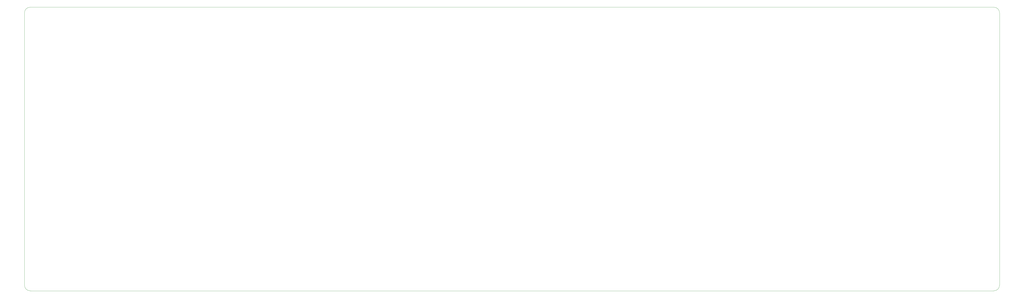
<source format=gto>
G04 #@! TF.GenerationSoftware,KiCad,Pcbnew,(5.1.5)-3*
G04 #@! TF.CreationDate,2021-02-16T22:09:04+09:00*
G04 #@! TF.ProjectId,108,3130382e-6b69-4636-9164-5f7063625858,rev?*
G04 #@! TF.SameCoordinates,Original*
G04 #@! TF.FileFunction,Legend,Top*
G04 #@! TF.FilePolarity,Positive*
%FSLAX46Y46*%
G04 Gerber Fmt 4.6, Leading zero omitted, Abs format (unit mm)*
G04 Created by KiCad (PCBNEW (5.1.5)-3) date 2021-02-16 22:09:04*
%MOMM*%
%LPD*%
G04 APERTURE LIST*
%ADD10C,0.050000*%
%ADD11C,1.626000*%
%ADD12C,1.902000*%
%ADD13O,0.252000X3.502000*%
%ADD14O,5.502000X0.252000*%
%ADD15C,2.134000*%
%ADD16C,1.803800*%
%ADD17C,4.089800*%
%ADD18C,4.902000*%
%ADD19O,0.252000X5.502000*%
%ADD20O,3.502000X0.252000*%
%ADD21C,3.150000*%
%ADD22C,1.702000*%
%ADD23R,1.702000X1.702000*%
%ADD24O,1.802000X1.802000*%
%ADD25R,1.802000X1.802000*%
G04 APERTURE END LIST*
D10*
X417830000Y9525000D02*
G75*
G02X420370000Y6985000I0J-2540000D01*
G01*
X-9525000Y6985000D02*
G75*
G02X-6985000Y9525000I2540000J0D01*
G01*
X420370000Y-113030000D02*
G75*
G02X417830000Y-115570000I-2540000J0D01*
G01*
X-6985000Y-115570000D02*
G75*
G02X-9525000Y-113030000I0J2540000D01*
G01*
X420370000Y6985000D02*
X420370000Y-113030000D01*
X-6985000Y-115570000D02*
X417830000Y-115570000D01*
X-9525000Y-113030000D02*
X-9525000Y6985000D01*
X417830000Y9525000D02*
X-6985000Y9525000D01*
%LPC*%
D11*
X405170000Y7620000D03*
X410170000Y7620000D03*
D12*
X404170000Y5120000D03*
X411170000Y5120000D03*
D13*
X368825000Y-81025000D03*
X374125000Y-81025000D03*
D14*
X371475000Y-82675000D03*
X371475000Y-79375000D03*
D15*
X368935000Y-90805000D03*
X375285000Y-88265000D03*
D16*
X376555000Y-85725000D03*
X366395000Y-85725000D03*
D17*
X371475000Y-85725000D03*
D11*
X353822000Y8128000D03*
X369062000Y8128000D03*
X415290000Y635000D03*
X412750000Y635000D03*
X410210000Y635000D03*
X407670000Y635000D03*
X405130000Y635000D03*
X402590000Y635000D03*
X400050000Y635000D03*
X397510000Y635000D03*
X394970000Y635000D03*
X392430000Y635000D03*
X389890000Y635000D03*
X387350000Y-14605000D03*
X389890000Y-14605000D03*
X392430000Y-14605000D03*
X394970000Y-14605000D03*
X397510000Y-14605000D03*
X400050000Y-14605000D03*
X402590000Y-14605000D03*
X405130000Y-14605000D03*
X407670000Y-14605000D03*
X410210000Y-14605000D03*
X412750000Y-14605000D03*
X387350000Y635000D03*
X415290000Y-14605000D03*
X417830000Y-14605000D03*
X417830000Y635000D03*
D13*
X-2650000Y4700000D03*
X2650000Y4700000D03*
D14*
X0Y3050000D03*
X0Y6350000D03*
D15*
X-2540000Y-5080000D03*
X3810000Y-2540000D03*
D16*
X5080000Y0D03*
X-5080000Y0D03*
D17*
X0Y0D03*
D18*
X17145000Y5905500D03*
X195580000Y5905500D03*
X299974000Y-94996000D03*
X109474000Y5905500D03*
X343535000Y-12700000D03*
X343535000Y5905500D03*
X381000000Y-95250000D03*
X228600000Y-95250000D03*
X133350000Y-96520000D03*
X14224000Y-99250500D03*
X319405000Y-38100000D03*
X228600000Y-38735000D03*
X123825000Y-37465000D03*
X17145000Y-39370000D03*
X416814000Y5969000D03*
X279400000Y5905500D03*
D19*
X406525000Y-95250000D03*
D20*
X404875000Y-92600000D03*
X404875000Y-97900000D03*
D19*
X403225000Y-95250000D03*
D15*
X414655000Y-97790000D03*
X412115000Y-91440000D03*
D16*
X409575000Y-90170000D03*
X409575000Y-100330000D03*
D17*
X409575000Y-95250000D03*
X417830000Y-107188000D03*
D21*
X402590000Y-107188000D03*
X402590000Y-83312000D03*
D17*
X417830000Y-83312000D03*
D13*
X245000000Y-23875000D03*
X250300000Y-23875000D03*
D14*
X247650000Y-25525000D03*
X247650000Y-22225000D03*
D15*
X245110000Y-33655000D03*
X251460000Y-31115000D03*
D16*
X252730000Y-28575000D03*
X242570000Y-28575000D03*
D17*
X247650000Y-28575000D03*
D14*
X240506000Y-101725000D03*
D13*
X243156000Y-100075000D03*
X237856000Y-100075000D03*
D14*
X240506000Y-98425000D03*
D17*
X240506000Y-104775000D03*
D16*
X235426000Y-104775000D03*
X245586000Y-104775000D03*
D15*
X244316000Y-107315000D03*
X237966000Y-109855000D03*
D13*
X264050000Y-23875000D03*
X269350000Y-23875000D03*
D14*
X266700000Y-25525000D03*
X266700000Y-22225000D03*
D15*
X264160000Y-33655000D03*
X270510000Y-31115000D03*
D16*
X271780000Y-28575000D03*
X261620000Y-28575000D03*
D17*
X266700000Y-28575000D03*
D14*
X257175000Y-25525000D03*
D13*
X259825000Y-23875000D03*
X254525000Y-23875000D03*
D14*
X257175000Y-22225000D03*
D17*
X269113000Y-36830000D03*
D21*
X269113000Y-21590000D03*
X245237000Y-21590000D03*
D17*
X245237000Y-36830000D03*
X257175000Y-28575000D03*
D16*
X252095000Y-28575000D03*
X262255000Y-28575000D03*
D15*
X260985000Y-31115000D03*
X254635000Y-33655000D03*
D22*
X249006000Y-100875000D03*
D23*
X249006000Y-108675000D03*
D19*
X267368000Y-57150000D03*
D20*
X269018000Y-59800000D03*
X269018000Y-54500000D03*
D19*
X270668000Y-57150000D03*
D15*
X259238000Y-54610000D03*
X261778000Y-60960000D03*
D16*
X264318000Y-62230000D03*
X264318000Y-52070000D03*
D17*
X264318000Y-57150000D03*
X256063000Y-45212000D03*
D21*
X271303000Y-45212000D03*
X271303000Y-69088000D03*
D17*
X256063000Y-69088000D03*
D13*
X406925000Y-81025000D03*
X412225000Y-81025000D03*
D14*
X409575000Y-82675000D03*
X409575000Y-79375000D03*
D15*
X407035000Y-90805000D03*
X413385000Y-88265000D03*
D16*
X414655000Y-85725000D03*
X404495000Y-85725000D03*
D17*
X409575000Y-85725000D03*
D13*
X406925000Y-42925000D03*
X412225000Y-42925000D03*
D14*
X409575000Y-44575000D03*
X409575000Y-41275000D03*
D15*
X407035000Y-52705000D03*
X413385000Y-50165000D03*
D16*
X414655000Y-47625000D03*
X404495000Y-47625000D03*
D17*
X409575000Y-47625000D03*
D14*
X169068000Y-101725000D03*
D13*
X171718000Y-100075000D03*
X166418000Y-100075000D03*
D14*
X169068000Y-98425000D03*
D17*
X169068000Y-104775000D03*
D16*
X163988000Y-104775000D03*
X174148000Y-104775000D03*
D15*
X172878000Y-107315000D03*
X166528000Y-109855000D03*
D13*
X406925000Y-23875000D03*
X412225000Y-23875000D03*
D14*
X409575000Y-25525000D03*
X409575000Y-22225000D03*
D15*
X407035000Y-33655000D03*
X413385000Y-31115000D03*
D16*
X414655000Y-28575000D03*
X404495000Y-28575000D03*
D17*
X409575000Y-28575000D03*
D14*
X264318000Y-101725000D03*
D13*
X266968000Y-100075000D03*
X261668000Y-100075000D03*
D14*
X264318000Y-98425000D03*
D17*
X264318000Y-104775000D03*
D16*
X259238000Y-104775000D03*
X269398000Y-104775000D03*
D15*
X268128000Y-107315000D03*
X261778000Y-109855000D03*
D22*
X401984000Y-74549000D03*
D23*
X394184000Y-74549000D03*
D22*
X379975000Y-100875000D03*
D23*
X379975000Y-108675000D03*
D22*
X177568000Y-100875000D03*
D23*
X177568000Y-108675000D03*
D22*
X153756000Y-100875000D03*
D23*
X153756000Y-108675000D03*
D22*
X106131000Y-100875000D03*
D23*
X106131000Y-108675000D03*
D22*
X82318500Y-100875000D03*
D23*
X82318500Y-108675000D03*
D22*
X400582000Y-92329000D03*
D23*
X392782000Y-92329000D03*
D22*
X400772000Y-56261000D03*
D23*
X392972000Y-56261000D03*
D22*
X418075000Y-24675000D03*
D23*
X418075000Y-32475000D03*
D22*
X398907000Y-96811000D03*
D23*
X398907000Y-104611000D03*
D22*
X398716000Y-79034000D03*
D23*
X398716000Y-86834000D03*
D22*
X399025000Y-60047500D03*
D23*
X399025000Y-67847500D03*
D22*
X399025000Y-43725000D03*
D23*
X399025000Y-51525000D03*
D22*
X399025000Y-24675000D03*
D23*
X399025000Y-32475000D03*
D22*
X379975000Y-81825000D03*
D23*
X379975000Y-89625000D03*
D22*
X379975000Y-62775000D03*
D23*
X379975000Y-70575000D03*
D22*
X379975000Y-43725000D03*
D23*
X379975000Y-51525000D03*
D22*
X379975000Y-24675000D03*
D23*
X379975000Y-32475000D03*
D22*
X337112000Y-100875000D03*
D23*
X337112000Y-108675000D03*
D22*
X344424000Y-100812000D03*
D23*
X344424000Y-108612000D03*
D22*
X360925000Y-81825000D03*
D23*
X360925000Y-89625000D03*
D22*
X360925000Y-62775000D03*
D23*
X360925000Y-70575000D03*
D22*
X360925000Y-43725000D03*
D23*
X360925000Y-51525000D03*
D22*
X360925000Y-24675000D03*
D23*
X360925000Y-32475000D03*
D22*
X318062000Y-81825000D03*
D23*
X318062000Y-89625000D03*
D22*
X318062000Y-43725000D03*
D23*
X318062000Y-51525000D03*
D22*
X337112000Y-43725000D03*
D23*
X337112000Y-51525000D03*
D22*
X318062000Y-24675000D03*
D23*
X318062000Y-32475000D03*
D22*
X337112000Y-24675000D03*
D23*
X337112000Y-32475000D03*
D22*
X337112000Y3900000D03*
D23*
X337112000Y-3900000D03*
D22*
X272818000Y-100875000D03*
D23*
X272818000Y-108675000D03*
D22*
X299012000Y-100875000D03*
D23*
X299012000Y-108675000D03*
D22*
X318062000Y-100875000D03*
D23*
X318062000Y-108675000D03*
D22*
X299012000Y-43725000D03*
D23*
X299012000Y-51525000D03*
D22*
X299012000Y-24675000D03*
D23*
X299012000Y-32475000D03*
D22*
X318062000Y3900000D03*
D23*
X318062000Y-3900000D03*
D22*
X279654000Y-100176000D03*
D23*
X279654000Y-107976000D03*
D22*
X275146000Y-81383500D03*
D23*
X275146000Y-89183500D03*
D22*
X244830000Y-56705500D03*
D23*
X252630000Y-56705500D03*
D22*
X252095000Y-43979000D03*
D23*
X252095000Y-51779000D03*
D22*
X275200000Y-24675000D03*
D23*
X275200000Y-32475000D03*
D22*
X299012000Y3900000D03*
D23*
X299012000Y-3900000D03*
D22*
X246625000Y-43725000D03*
D23*
X246625000Y-51525000D03*
D22*
X253084000Y-20002500D03*
D23*
X260884000Y-20002500D03*
D22*
X237100000Y-24675000D03*
D23*
X237100000Y-32475000D03*
D22*
X275200000Y3900000D03*
D23*
X275200000Y-3900000D03*
D22*
X232338000Y-62775000D03*
D23*
X232338000Y-70575000D03*
D22*
X227575000Y-43725000D03*
D23*
X227575000Y-51525000D03*
D22*
X218050000Y-24675000D03*
D23*
X218050000Y-32475000D03*
D22*
X256150000Y3900000D03*
D23*
X256150000Y-3900000D03*
D22*
X225194000Y-100875000D03*
D23*
X225194000Y-108675000D03*
D22*
X222812000Y-81825000D03*
D23*
X222812000Y-89625000D03*
D22*
X213288000Y-62775000D03*
D23*
X213288000Y-70575000D03*
D22*
X208525000Y-43725000D03*
D23*
X208525000Y-51525000D03*
D22*
X199000000Y-24675000D03*
D23*
X199000000Y-32475000D03*
D22*
X237100000Y3900000D03*
D23*
X237100000Y-3900000D03*
D22*
X201381000Y-100875000D03*
D23*
X201381000Y-108675000D03*
D22*
X203762000Y-81825000D03*
D23*
X203762000Y-89625000D03*
D22*
X194238000Y-62775000D03*
D23*
X194238000Y-70575000D03*
D22*
X189475000Y-43725000D03*
D23*
X189475000Y-51525000D03*
D22*
X179950000Y-24675000D03*
D23*
X179950000Y-32475000D03*
D22*
X218050000Y3900000D03*
D23*
X218050000Y-3900000D03*
D22*
X184712000Y-81825000D03*
D23*
X184712000Y-89625000D03*
D22*
X175188000Y-62775000D03*
D23*
X175188000Y-70575000D03*
D22*
X170425000Y-43725000D03*
D23*
X170425000Y-51525000D03*
D22*
X160900000Y-24675000D03*
D23*
X160900000Y-32475000D03*
D22*
X189475000Y3900000D03*
D23*
X189475000Y-3900000D03*
D22*
X165662000Y-81825000D03*
D23*
X165662000Y-89625000D03*
D22*
X156138000Y-62775000D03*
D23*
X156138000Y-70575000D03*
D22*
X151375000Y-43725000D03*
D23*
X151375000Y-51525000D03*
D22*
X141850000Y-24675000D03*
D23*
X141850000Y-32475000D03*
D22*
X170425000Y3900000D03*
D23*
X170425000Y-3900000D03*
D22*
X146612000Y-81825000D03*
D23*
X146612000Y-89625000D03*
D22*
X137088000Y-62775000D03*
D23*
X137088000Y-70575000D03*
D22*
X132325000Y-43725000D03*
D23*
X132325000Y-51525000D03*
D22*
X122800000Y-24675000D03*
D23*
X122800000Y-32475000D03*
D22*
X151375000Y3900000D03*
D23*
X151375000Y-3900000D03*
D22*
X129944000Y-100875000D03*
D23*
X129944000Y-108675000D03*
D22*
X127562000Y-81825000D03*
D23*
X127562000Y-89625000D03*
D22*
X118038000Y-62775000D03*
D23*
X118038000Y-70575000D03*
D22*
X113275000Y-43725000D03*
D23*
X113275000Y-51525000D03*
D22*
X103750000Y-24675000D03*
D23*
X103750000Y-32475000D03*
D22*
X132325000Y3900000D03*
D23*
X132325000Y-3900000D03*
D22*
X108512000Y-81825000D03*
D23*
X108512000Y-89625000D03*
D22*
X98987500Y-62775000D03*
D23*
X98987500Y-70575000D03*
D22*
X94225000Y-43725000D03*
D23*
X94225000Y-51525000D03*
D22*
X84700000Y-24675000D03*
D23*
X84700000Y-32475000D03*
D22*
X103750000Y3900000D03*
D23*
X103750000Y-3900000D03*
D22*
X89462500Y-81825000D03*
D23*
X89462500Y-89625000D03*
D22*
X79937500Y-62775000D03*
D23*
X79937500Y-70575000D03*
D22*
X75175000Y-43725000D03*
D23*
X75175000Y-51525000D03*
D22*
X65650000Y-24675000D03*
D23*
X65650000Y-32475000D03*
D22*
X84700000Y3900000D03*
D23*
X84700000Y-3900000D03*
D22*
X58506000Y-100875000D03*
D23*
X58506000Y-108675000D03*
D22*
X70412500Y-81825000D03*
D23*
X70412500Y-89625000D03*
D22*
X60887500Y-62775000D03*
D23*
X60887500Y-70575000D03*
D22*
X56125000Y-43725000D03*
D23*
X56125000Y-51525000D03*
D22*
X46600000Y-24675000D03*
D23*
X46600000Y-32475000D03*
D22*
X65650000Y3900000D03*
D23*
X65650000Y-3900000D03*
D22*
X34693500Y-100875000D03*
D23*
X34693500Y-108675000D03*
D22*
X51362500Y-81825000D03*
D23*
X51362500Y-89625000D03*
D22*
X41837500Y-62775000D03*
D23*
X41837500Y-70575000D03*
D22*
X37075000Y-43725000D03*
D23*
X37075000Y-51525000D03*
D22*
X27550000Y-24675000D03*
D23*
X27550000Y-32475000D03*
D22*
X46600000Y3900000D03*
D23*
X46600000Y-3900000D03*
D22*
X11430000Y-103415000D03*
D23*
X11430000Y-111215000D03*
D22*
X30797500Y-81380500D03*
D23*
X30797500Y-89180500D03*
D22*
X15644000Y-62775000D03*
D23*
X15644000Y-70575000D03*
D22*
X13263000Y-43725000D03*
D23*
X13263000Y-51525000D03*
D22*
X8500000Y-24675000D03*
D23*
X8500000Y-32475000D03*
D22*
X8500000Y3900000D03*
D23*
X8500000Y-3900000D03*
D22*
X401534000Y-112522000D03*
D23*
X393734000Y-112522000D03*
D19*
X406525000Y-57150000D03*
D20*
X404875000Y-54500000D03*
X404875000Y-59800000D03*
D19*
X403225000Y-57150000D03*
D15*
X414655000Y-59690000D03*
X412115000Y-53340000D03*
D16*
X409575000Y-52070000D03*
X409575000Y-62230000D03*
D17*
X409575000Y-57150000D03*
X417830000Y-69088000D03*
D21*
X402590000Y-69088000D03*
X402590000Y-45212000D03*
D17*
X417830000Y-45212000D03*
D14*
X361950000Y-101725000D03*
D13*
X364600000Y-100075000D03*
X359300000Y-100075000D03*
D14*
X361950000Y-98425000D03*
D17*
X373888000Y-113030000D03*
D21*
X373888000Y-97790000D03*
X350012000Y-97790000D03*
D17*
X350012000Y-113030000D03*
X361950000Y-104775000D03*
D16*
X356870000Y-104775000D03*
X367030000Y-104775000D03*
D15*
X365760000Y-107315000D03*
X359410000Y-109855000D03*
D13*
X325962000Y-100075000D03*
X331262000Y-100075000D03*
D14*
X328612000Y-101725000D03*
X328612000Y-98425000D03*
D15*
X326072000Y-109855000D03*
X332422000Y-107315000D03*
D16*
X333692000Y-104775000D03*
X323532000Y-104775000D03*
D17*
X328612000Y-104775000D03*
D13*
X387875000Y-100075000D03*
X393175000Y-100075000D03*
D14*
X390525000Y-101725000D03*
X390525000Y-98425000D03*
D15*
X387985000Y-109855000D03*
X394335000Y-107315000D03*
D16*
X395605000Y-104775000D03*
X385445000Y-104775000D03*
D17*
X390525000Y-104775000D03*
D13*
X387875000Y-81025000D03*
X393175000Y-81025000D03*
D14*
X390525000Y-82675000D03*
X390525000Y-79375000D03*
D15*
X387985000Y-90805000D03*
X394335000Y-88265000D03*
D16*
X395605000Y-85725000D03*
X385445000Y-85725000D03*
D17*
X390525000Y-85725000D03*
D13*
X387875000Y-61975000D03*
X393175000Y-61975000D03*
D14*
X390525000Y-63625000D03*
X390525000Y-60325000D03*
D15*
X387985000Y-71755000D03*
X394335000Y-69215000D03*
D16*
X395605000Y-66675000D03*
X385445000Y-66675000D03*
D17*
X390525000Y-66675000D03*
D13*
X387875000Y-23875000D03*
X393175000Y-23875000D03*
D14*
X390525000Y-25525000D03*
X390525000Y-22225000D03*
D15*
X387985000Y-33655000D03*
X394335000Y-31115000D03*
D16*
X395605000Y-28575000D03*
X385445000Y-28575000D03*
D17*
X390525000Y-28575000D03*
D13*
X368825000Y-61975000D03*
X374125000Y-61975000D03*
D14*
X371475000Y-63625000D03*
X371475000Y-60325000D03*
D15*
X368935000Y-71755000D03*
X375285000Y-69215000D03*
D16*
X376555000Y-66675000D03*
X366395000Y-66675000D03*
D17*
X371475000Y-66675000D03*
D13*
X368825000Y-42925000D03*
X374125000Y-42925000D03*
D14*
X371475000Y-44575000D03*
X371475000Y-41275000D03*
D15*
X368935000Y-52705000D03*
X375285000Y-50165000D03*
D16*
X376555000Y-47625000D03*
X366395000Y-47625000D03*
D17*
X371475000Y-47625000D03*
D13*
X349775000Y-81025000D03*
X355075000Y-81025000D03*
D14*
X352425000Y-82675000D03*
X352425000Y-79375000D03*
D15*
X349885000Y-90805000D03*
X356235000Y-88265000D03*
D16*
X357505000Y-85725000D03*
X347345000Y-85725000D03*
D17*
X352425000Y-85725000D03*
D13*
X349775000Y-61975000D03*
X355075000Y-61975000D03*
D14*
X352425000Y-63625000D03*
X352425000Y-60325000D03*
D15*
X349885000Y-71755000D03*
X356235000Y-69215000D03*
D16*
X357505000Y-66675000D03*
X347345000Y-66675000D03*
D17*
X352425000Y-66675000D03*
D13*
X349775000Y-42925000D03*
X355075000Y-42925000D03*
D14*
X352425000Y-44575000D03*
X352425000Y-41275000D03*
D15*
X349885000Y-52705000D03*
X356235000Y-50165000D03*
D16*
X357505000Y-47625000D03*
X347345000Y-47625000D03*
D17*
X352425000Y-47625000D03*
D13*
X306912000Y-81025000D03*
X312212000Y-81025000D03*
D14*
X309562000Y-82675000D03*
X309562000Y-79375000D03*
D15*
X307022000Y-90805000D03*
X313372000Y-88265000D03*
D16*
X314642000Y-85725000D03*
X304482000Y-85725000D03*
D17*
X309562000Y-85725000D03*
D13*
X306912000Y-42925000D03*
X312212000Y-42925000D03*
D14*
X309562000Y-44575000D03*
X309562000Y-41275000D03*
D15*
X307022000Y-52705000D03*
X313372000Y-50165000D03*
D16*
X314642000Y-47625000D03*
X304482000Y-47625000D03*
D17*
X309562000Y-47625000D03*
D13*
X325962000Y-42925000D03*
X331262000Y-42925000D03*
D14*
X328612000Y-44575000D03*
X328612000Y-41275000D03*
D15*
X326072000Y-52705000D03*
X332422000Y-50165000D03*
D16*
X333692000Y-47625000D03*
X323532000Y-47625000D03*
D17*
X328612000Y-47625000D03*
D13*
X306912000Y-23875000D03*
X312212000Y-23875000D03*
D14*
X309562000Y-25525000D03*
X309562000Y-22225000D03*
D15*
X307022000Y-33655000D03*
X313372000Y-31115000D03*
D16*
X314642000Y-28575000D03*
X304482000Y-28575000D03*
D17*
X309562000Y-28575000D03*
D13*
X325962000Y-23875000D03*
X331262000Y-23875000D03*
D14*
X328612000Y-25525000D03*
X328612000Y-22225000D03*
D15*
X326072000Y-33655000D03*
X332422000Y-31115000D03*
D16*
X333692000Y-28575000D03*
X323532000Y-28575000D03*
D17*
X328612000Y-28575000D03*
D13*
X325962000Y4700000D03*
X331262000Y4700000D03*
D14*
X328612000Y3050000D03*
X328612000Y6350000D03*
D15*
X326072000Y-5080000D03*
X332422000Y-2540000D03*
D16*
X333692000Y0D03*
X323532000Y0D03*
D17*
X328612000Y0D03*
D13*
X287862000Y-100075000D03*
X293162000Y-100075000D03*
D14*
X290512000Y-101725000D03*
X290512000Y-98425000D03*
D15*
X287972000Y-109855000D03*
X294322000Y-107315000D03*
D16*
X295592000Y-104775000D03*
X285432000Y-104775000D03*
D17*
X290512000Y-104775000D03*
D13*
X306912000Y-100075000D03*
X312212000Y-100075000D03*
D14*
X309562000Y-101725000D03*
X309562000Y-98425000D03*
D15*
X307022000Y-109855000D03*
X313372000Y-107315000D03*
D16*
X314642000Y-104775000D03*
X304482000Y-104775000D03*
D17*
X309562000Y-104775000D03*
D13*
X287862000Y-42925000D03*
X293162000Y-42925000D03*
D14*
X290512000Y-44575000D03*
X290512000Y-41275000D03*
D15*
X287972000Y-52705000D03*
X294322000Y-50165000D03*
D16*
X295592000Y-47625000D03*
X285432000Y-47625000D03*
D17*
X290512000Y-47625000D03*
D13*
X287862000Y-23875000D03*
X293162000Y-23875000D03*
D14*
X290512000Y-25525000D03*
X290512000Y-22225000D03*
D15*
X287972000Y-33655000D03*
X294322000Y-31115000D03*
D16*
X295592000Y-28575000D03*
X285432000Y-28575000D03*
D17*
X290512000Y-28575000D03*
D13*
X306912000Y4700000D03*
X312212000Y4700000D03*
D14*
X309562000Y3050000D03*
X309562000Y6350000D03*
D15*
X307022000Y-5080000D03*
X313372000Y-2540000D03*
D16*
X314642000Y0D03*
X304482000Y0D03*
D17*
X309562000Y0D03*
D14*
X250032000Y-82675000D03*
D13*
X252682000Y-81025000D03*
X247382000Y-81025000D03*
D14*
X250032000Y-79375000D03*
D21*
X261970000Y-78740000D03*
D17*
X261970000Y-93980000D03*
X238094000Y-93980000D03*
D21*
X238094000Y-78740000D03*
D17*
X250032000Y-85725000D03*
D16*
X244952000Y-85725000D03*
X255112000Y-85725000D03*
D15*
X253842000Y-88265000D03*
X247492000Y-90805000D03*
D14*
X254868000Y-63625000D03*
D13*
X257518000Y-61975000D03*
X252218000Y-61975000D03*
D14*
X254868000Y-60325000D03*
D17*
X242930000Y-74930000D03*
D21*
X242930000Y-59690000D03*
X266806000Y-59690000D03*
D17*
X266806000Y-74930000D03*
X254868000Y-66675000D03*
D16*
X249788000Y-66675000D03*
X259948000Y-66675000D03*
D15*
X258678000Y-69215000D03*
X252328000Y-71755000D03*
D14*
X261938000Y-44575000D03*
D13*
X264588000Y-42925000D03*
X259288000Y-42925000D03*
D14*
X261938000Y-41275000D03*
D17*
X261938000Y-47625000D03*
D16*
X256858000Y-47625000D03*
X267018000Y-47625000D03*
D15*
X265748000Y-50165000D03*
X259398000Y-52705000D03*
D13*
X287862000Y4700000D03*
X293162000Y4700000D03*
D14*
X290512000Y3050000D03*
X290512000Y6350000D03*
D15*
X287972000Y-5080000D03*
X294322000Y-2540000D03*
D16*
X295592000Y0D03*
X285432000Y0D03*
D17*
X290512000Y0D03*
D14*
X238125000Y-44575000D03*
D13*
X240775000Y-42925000D03*
X235475000Y-42925000D03*
D14*
X238125000Y-41275000D03*
D17*
X238125000Y-47625000D03*
D16*
X233045000Y-47625000D03*
X243205000Y-47625000D03*
D15*
X241935000Y-50165000D03*
X235585000Y-52705000D03*
D13*
X225950000Y-23875000D03*
X231250000Y-23875000D03*
D14*
X228600000Y-25525000D03*
X228600000Y-22225000D03*
D15*
X226060000Y-33655000D03*
X232410000Y-31115000D03*
D16*
X233680000Y-28575000D03*
X223520000Y-28575000D03*
D17*
X228600000Y-28575000D03*
D13*
X264050000Y4700000D03*
X269350000Y4700000D03*
D14*
X266700000Y3050000D03*
X266700000Y6350000D03*
D15*
X264160000Y-5080000D03*
X270510000Y-2540000D03*
D16*
X271780000Y0D03*
X261620000Y0D03*
D17*
X266700000Y0D03*
D13*
X221188000Y-61975000D03*
X226488000Y-61975000D03*
D14*
X223838000Y-63625000D03*
X223838000Y-60325000D03*
D15*
X221298000Y-71755000D03*
X227648000Y-69215000D03*
D16*
X228918000Y-66675000D03*
X218758000Y-66675000D03*
D17*
X223838000Y-66675000D03*
D13*
X216425000Y-42925000D03*
X221725000Y-42925000D03*
D14*
X219075000Y-44575000D03*
X219075000Y-41275000D03*
D15*
X216535000Y-52705000D03*
X222885000Y-50165000D03*
D16*
X224155000Y-47625000D03*
X213995000Y-47625000D03*
D17*
X219075000Y-47625000D03*
D13*
X206900000Y-23875000D03*
X212200000Y-23875000D03*
D14*
X209550000Y-25525000D03*
X209550000Y-22225000D03*
D15*
X207010000Y-33655000D03*
X213360000Y-31115000D03*
D16*
X214630000Y-28575000D03*
X204470000Y-28575000D03*
D17*
X209550000Y-28575000D03*
D13*
X245000000Y4700000D03*
X250300000Y4700000D03*
D14*
X247650000Y3050000D03*
X247650000Y6350000D03*
D15*
X245110000Y-5080000D03*
X251460000Y-2540000D03*
D16*
X252730000Y0D03*
X242570000Y0D03*
D17*
X247650000Y0D03*
D14*
X216694000Y-101725000D03*
D13*
X219344000Y-100075000D03*
X214044000Y-100075000D03*
D14*
X216694000Y-98425000D03*
D17*
X216694000Y-104775000D03*
D16*
X211614000Y-104775000D03*
X221774000Y-104775000D03*
D15*
X220504000Y-107315000D03*
X214154000Y-109855000D03*
D13*
X211662000Y-81025000D03*
X216962000Y-81025000D03*
D14*
X214312000Y-82675000D03*
X214312000Y-79375000D03*
D15*
X211772000Y-90805000D03*
X218122000Y-88265000D03*
D16*
X219392000Y-85725000D03*
X209232000Y-85725000D03*
D17*
X214312000Y-85725000D03*
D13*
X202138000Y-61975000D03*
X207438000Y-61975000D03*
D14*
X204788000Y-63625000D03*
X204788000Y-60325000D03*
D15*
X202248000Y-71755000D03*
X208598000Y-69215000D03*
D16*
X209868000Y-66675000D03*
X199708000Y-66675000D03*
D17*
X204788000Y-66675000D03*
D13*
X197375000Y-42925000D03*
X202675000Y-42925000D03*
D14*
X200025000Y-44575000D03*
X200025000Y-41275000D03*
D15*
X197485000Y-52705000D03*
X203835000Y-50165000D03*
D16*
X205105000Y-47625000D03*
X194945000Y-47625000D03*
D17*
X200025000Y-47625000D03*
D13*
X187850000Y-23875000D03*
X193150000Y-23875000D03*
D14*
X190500000Y-25525000D03*
X190500000Y-22225000D03*
D15*
X187960000Y-33655000D03*
X194310000Y-31115000D03*
D16*
X195580000Y-28575000D03*
X185420000Y-28575000D03*
D17*
X190500000Y-28575000D03*
D13*
X225950000Y4700000D03*
X231250000Y4700000D03*
D14*
X228600000Y3050000D03*
X228600000Y6350000D03*
D15*
X226060000Y-5080000D03*
X232410000Y-2540000D03*
D16*
X233680000Y0D03*
X223520000Y0D03*
D17*
X228600000Y0D03*
D14*
X192881000Y-101725000D03*
D13*
X195531000Y-100075000D03*
X190231000Y-100075000D03*
D14*
X192881000Y-98425000D03*
D17*
X192881000Y-104775000D03*
D16*
X187801000Y-104775000D03*
X197961000Y-104775000D03*
D15*
X196691000Y-107315000D03*
X190341000Y-109855000D03*
D13*
X192612000Y-81025000D03*
X197912000Y-81025000D03*
D14*
X195262000Y-82675000D03*
X195262000Y-79375000D03*
D15*
X192722000Y-90805000D03*
X199072000Y-88265000D03*
D16*
X200342000Y-85725000D03*
X190182000Y-85725000D03*
D17*
X195262000Y-85725000D03*
D13*
X183088000Y-61975000D03*
X188388000Y-61975000D03*
D14*
X185738000Y-63625000D03*
X185738000Y-60325000D03*
D15*
X183198000Y-71755000D03*
X189548000Y-69215000D03*
D16*
X190818000Y-66675000D03*
X180658000Y-66675000D03*
D17*
X185738000Y-66675000D03*
D13*
X178325000Y-42925000D03*
X183625000Y-42925000D03*
D14*
X180975000Y-44575000D03*
X180975000Y-41275000D03*
D15*
X178435000Y-52705000D03*
X184785000Y-50165000D03*
D16*
X186055000Y-47625000D03*
X175895000Y-47625000D03*
D17*
X180975000Y-47625000D03*
D13*
X168800000Y-23875000D03*
X174100000Y-23875000D03*
D14*
X171450000Y-25525000D03*
X171450000Y-22225000D03*
D15*
X168910000Y-33655000D03*
X175260000Y-31115000D03*
D16*
X176530000Y-28575000D03*
X166370000Y-28575000D03*
D17*
X171450000Y-28575000D03*
D13*
X206900000Y4700000D03*
X212200000Y4700000D03*
D14*
X209550000Y3050000D03*
X209550000Y6350000D03*
D15*
X207010000Y-5080000D03*
X213360000Y-2540000D03*
D16*
X214630000Y0D03*
X204470000Y0D03*
D17*
X209550000Y0D03*
D13*
X173562000Y-81025000D03*
X178862000Y-81025000D03*
D14*
X176212000Y-82675000D03*
X176212000Y-79375000D03*
D15*
X173672000Y-90805000D03*
X180022000Y-88265000D03*
D16*
X181292000Y-85725000D03*
X171132000Y-85725000D03*
D17*
X176212000Y-85725000D03*
D13*
X164038000Y-61975000D03*
X169338000Y-61975000D03*
D14*
X166688000Y-63625000D03*
X166688000Y-60325000D03*
D15*
X164148000Y-71755000D03*
X170498000Y-69215000D03*
D16*
X171768000Y-66675000D03*
X161608000Y-66675000D03*
D17*
X166688000Y-66675000D03*
D13*
X159275000Y-42925000D03*
X164575000Y-42925000D03*
D14*
X161925000Y-44575000D03*
X161925000Y-41275000D03*
D15*
X159385000Y-52705000D03*
X165735000Y-50165000D03*
D16*
X167005000Y-47625000D03*
X156845000Y-47625000D03*
D17*
X161925000Y-47625000D03*
D13*
X149750000Y-23875000D03*
X155050000Y-23875000D03*
D14*
X152400000Y-25525000D03*
X152400000Y-22225000D03*
D15*
X149860000Y-33655000D03*
X156210000Y-31115000D03*
D16*
X157480000Y-28575000D03*
X147320000Y-28575000D03*
D17*
X152400000Y-28575000D03*
D13*
X178325000Y4700000D03*
X183625000Y4700000D03*
D14*
X180975000Y3050000D03*
X180975000Y6350000D03*
D15*
X178435000Y-5080000D03*
X184785000Y-2540000D03*
D16*
X186055000Y0D03*
X175895000Y0D03*
D17*
X180975000Y0D03*
D13*
X154512000Y-81025000D03*
X159812000Y-81025000D03*
D14*
X157162000Y-82675000D03*
X157162000Y-79375000D03*
D15*
X154622000Y-90805000D03*
X160972000Y-88265000D03*
D16*
X162242000Y-85725000D03*
X152082000Y-85725000D03*
D17*
X157162000Y-85725000D03*
D13*
X144988000Y-61975000D03*
X150288000Y-61975000D03*
D14*
X147638000Y-63625000D03*
X147638000Y-60325000D03*
D15*
X145098000Y-71755000D03*
X151448000Y-69215000D03*
D16*
X152718000Y-66675000D03*
X142558000Y-66675000D03*
D17*
X147638000Y-66675000D03*
D13*
X140225000Y-42925000D03*
X145525000Y-42925000D03*
D14*
X142875000Y-44575000D03*
X142875000Y-41275000D03*
D15*
X140335000Y-52705000D03*
X146685000Y-50165000D03*
D16*
X147955000Y-47625000D03*
X137795000Y-47625000D03*
D17*
X142875000Y-47625000D03*
D13*
X130700000Y-23875000D03*
X136000000Y-23875000D03*
D14*
X133350000Y-25525000D03*
X133350000Y-22225000D03*
D15*
X130810000Y-33655000D03*
X137160000Y-31115000D03*
D16*
X138430000Y-28575000D03*
X128270000Y-28575000D03*
D17*
X133350000Y-28575000D03*
D13*
X159275000Y4700000D03*
X164575000Y4700000D03*
D14*
X161925000Y3050000D03*
X161925000Y6350000D03*
D15*
X159385000Y-5080000D03*
X165735000Y-2540000D03*
D16*
X167005000Y0D03*
X156845000Y0D03*
D17*
X161925000Y0D03*
D13*
X135462000Y-81025000D03*
X140762000Y-81025000D03*
D14*
X138112000Y-82675000D03*
X138112000Y-79375000D03*
D15*
X135572000Y-90805000D03*
X141922000Y-88265000D03*
D16*
X143192000Y-85725000D03*
X133032000Y-85725000D03*
D17*
X138112000Y-85725000D03*
D13*
X125938000Y-61975000D03*
X131238000Y-61975000D03*
D14*
X128588000Y-63625000D03*
X128588000Y-60325000D03*
D15*
X126048000Y-71755000D03*
X132398000Y-69215000D03*
D16*
X133668000Y-66675000D03*
X123508000Y-66675000D03*
D17*
X128588000Y-66675000D03*
D13*
X121175000Y-42925000D03*
X126475000Y-42925000D03*
D14*
X123825000Y-44575000D03*
X123825000Y-41275000D03*
D15*
X121285000Y-52705000D03*
X127635000Y-50165000D03*
D16*
X128905000Y-47625000D03*
X118745000Y-47625000D03*
D17*
X123825000Y-47625000D03*
D13*
X111650000Y-23875000D03*
X116950000Y-23875000D03*
D14*
X114300000Y-25525000D03*
X114300000Y-22225000D03*
D15*
X111760000Y-33655000D03*
X118110000Y-31115000D03*
D16*
X119380000Y-28575000D03*
X109220000Y-28575000D03*
D17*
X114300000Y-28575000D03*
D13*
X140225000Y4700000D03*
X145525000Y4700000D03*
D14*
X142875000Y3050000D03*
X142875000Y6350000D03*
D15*
X140335000Y-5080000D03*
X146685000Y-2540000D03*
D16*
X147955000Y0D03*
X137795000Y0D03*
D17*
X142875000Y0D03*
D14*
X121444000Y-101725000D03*
D13*
X124094000Y-100075000D03*
X118794000Y-100075000D03*
D14*
X121444000Y-98425000D03*
D17*
X71406000Y-113030000D03*
D21*
X71406000Y-97790000D03*
X171482000Y-97790000D03*
D17*
X171482000Y-113030000D03*
X121444000Y-104775000D03*
D16*
X116364000Y-104775000D03*
X126524000Y-104775000D03*
D15*
X125254000Y-107315000D03*
X118904000Y-109855000D03*
D13*
X116412000Y-81025000D03*
X121712000Y-81025000D03*
D14*
X119062000Y-82675000D03*
X119062000Y-79375000D03*
D15*
X116522000Y-90805000D03*
X122872000Y-88265000D03*
D16*
X124142000Y-85725000D03*
X113982000Y-85725000D03*
D17*
X119062000Y-85725000D03*
D13*
X106888000Y-61975000D03*
X112188000Y-61975000D03*
D14*
X109538000Y-63625000D03*
X109538000Y-60325000D03*
D15*
X106998000Y-71755000D03*
X113348000Y-69215000D03*
D16*
X114618000Y-66675000D03*
X104458000Y-66675000D03*
D17*
X109538000Y-66675000D03*
D13*
X102125000Y-42925000D03*
X107425000Y-42925000D03*
D14*
X104775000Y-44575000D03*
X104775000Y-41275000D03*
D15*
X102235000Y-52705000D03*
X108585000Y-50165000D03*
D16*
X109855000Y-47625000D03*
X99695000Y-47625000D03*
D17*
X104775000Y-47625000D03*
D13*
X92600000Y-23875000D03*
X97900000Y-23875000D03*
D14*
X95250000Y-25525000D03*
X95250000Y-22225000D03*
D15*
X92710000Y-33655000D03*
X99060000Y-31115000D03*
D16*
X100330000Y-28575000D03*
X90170000Y-28575000D03*
D17*
X95250000Y-28575000D03*
D13*
X121175000Y4700000D03*
X126475000Y4700000D03*
D14*
X123825000Y3050000D03*
X123825000Y6350000D03*
D15*
X121285000Y-5080000D03*
X127635000Y-2540000D03*
D16*
X128905000Y0D03*
X118745000Y0D03*
D17*
X123825000Y0D03*
D13*
X97362000Y-81025000D03*
X102662000Y-81025000D03*
D14*
X100012000Y-82675000D03*
X100012000Y-79375000D03*
D15*
X97472000Y-90805000D03*
X103822000Y-88265000D03*
D16*
X105092000Y-85725000D03*
X94932000Y-85725000D03*
D17*
X100012000Y-85725000D03*
D13*
X87837500Y-61975000D03*
X93137500Y-61975000D03*
D14*
X90487500Y-63625000D03*
X90487500Y-60325000D03*
D15*
X87947500Y-71755000D03*
X94297500Y-69215000D03*
D16*
X95567500Y-66675000D03*
X85407500Y-66675000D03*
D17*
X90487500Y-66675000D03*
D13*
X83075000Y-42925000D03*
X88375000Y-42925000D03*
D14*
X85725000Y-44575000D03*
X85725000Y-41275000D03*
D15*
X83185000Y-52705000D03*
X89535000Y-50165000D03*
D16*
X90805000Y-47625000D03*
X80645000Y-47625000D03*
D17*
X85725000Y-47625000D03*
D13*
X73550000Y-23875000D03*
X78850000Y-23875000D03*
D14*
X76200000Y-25525000D03*
X76200000Y-22225000D03*
D15*
X73660000Y-33655000D03*
X80010000Y-31115000D03*
D16*
X81280000Y-28575000D03*
X71120000Y-28575000D03*
D17*
X76200000Y-28575000D03*
D13*
X92600000Y4700000D03*
X97900000Y4700000D03*
D14*
X95250000Y3050000D03*
X95250000Y6350000D03*
D15*
X92710000Y-5080000D03*
X99060000Y-2540000D03*
D16*
X100330000Y0D03*
X90170000Y0D03*
D17*
X95250000Y0D03*
D13*
X78312500Y-81025000D03*
X83612500Y-81025000D03*
D14*
X80962500Y-82675000D03*
X80962500Y-79375000D03*
D15*
X78422500Y-90805000D03*
X84772500Y-88265000D03*
D16*
X86042500Y-85725000D03*
X75882500Y-85725000D03*
D17*
X80962500Y-85725000D03*
D13*
X68787500Y-61975000D03*
X74087500Y-61975000D03*
D14*
X71437500Y-63625000D03*
X71437500Y-60325000D03*
D15*
X68897500Y-71755000D03*
X75247500Y-69215000D03*
D16*
X76517500Y-66675000D03*
X66357500Y-66675000D03*
D17*
X71437500Y-66675000D03*
D13*
X64025000Y-42925000D03*
X69325000Y-42925000D03*
D14*
X66675000Y-44575000D03*
X66675000Y-41275000D03*
D15*
X64135000Y-52705000D03*
X70485000Y-50165000D03*
D16*
X71755000Y-47625000D03*
X61595000Y-47625000D03*
D17*
X66675000Y-47625000D03*
D13*
X54500000Y-23875000D03*
X59800000Y-23875000D03*
D14*
X57150000Y-25525000D03*
X57150000Y-22225000D03*
D15*
X54610000Y-33655000D03*
X60960000Y-31115000D03*
D16*
X62230000Y-28575000D03*
X52070000Y-28575000D03*
D17*
X57150000Y-28575000D03*
D13*
X73550000Y4700000D03*
X78850000Y4700000D03*
D14*
X76200000Y3050000D03*
X76200000Y6350000D03*
D15*
X73660000Y-5080000D03*
X80010000Y-2540000D03*
D16*
X81280000Y0D03*
X71120000Y0D03*
D17*
X76200000Y0D03*
D14*
X50006000Y-101725000D03*
D13*
X52656000Y-100075000D03*
X47356000Y-100075000D03*
D14*
X50006000Y-98425000D03*
D17*
X50006000Y-104775000D03*
D16*
X44926000Y-104775000D03*
X55086000Y-104775000D03*
D15*
X53816000Y-107315000D03*
X47466000Y-109855000D03*
D13*
X59262500Y-81025000D03*
X64562500Y-81025000D03*
D14*
X61912500Y-82675000D03*
X61912500Y-79375000D03*
D15*
X59372500Y-90805000D03*
X65722500Y-88265000D03*
D16*
X66992500Y-85725000D03*
X56832500Y-85725000D03*
D17*
X61912500Y-85725000D03*
D13*
X49737500Y-61975000D03*
X55037500Y-61975000D03*
D14*
X52387500Y-63625000D03*
X52387500Y-60325000D03*
D15*
X49847500Y-71755000D03*
X56197500Y-69215000D03*
D16*
X57467500Y-66675000D03*
X47307500Y-66675000D03*
D17*
X52387500Y-66675000D03*
D13*
X44975000Y-42925000D03*
X50275000Y-42925000D03*
D14*
X47625000Y-44575000D03*
X47625000Y-41275000D03*
D15*
X45085000Y-52705000D03*
X51435000Y-50165000D03*
D16*
X52705000Y-47625000D03*
X42545000Y-47625000D03*
D17*
X47625000Y-47625000D03*
D13*
X35450000Y-23875000D03*
X40750000Y-23875000D03*
D14*
X38100000Y-25525000D03*
X38100000Y-22225000D03*
D15*
X35560000Y-33655000D03*
X41910000Y-31115000D03*
D16*
X43180000Y-28575000D03*
X33020000Y-28575000D03*
D17*
X38100000Y-28575000D03*
D13*
X54500000Y4700000D03*
X59800000Y4700000D03*
D14*
X57150000Y3050000D03*
X57150000Y6350000D03*
D15*
X54610000Y-5080000D03*
X60960000Y-2540000D03*
D16*
X62230000Y0D03*
X52070000Y0D03*
D17*
X57150000Y0D03*
D14*
X26193500Y-101725000D03*
D13*
X28843500Y-100075000D03*
X23543500Y-100075000D03*
D14*
X26193500Y-98425000D03*
D17*
X26193500Y-104775000D03*
D16*
X21113500Y-104775000D03*
X31273500Y-104775000D03*
D15*
X30003500Y-107315000D03*
X23653500Y-109855000D03*
D13*
X40212500Y-81025000D03*
X45512500Y-81025000D03*
D14*
X42862500Y-82675000D03*
X42862500Y-79375000D03*
D15*
X40322500Y-90805000D03*
X46672500Y-88265000D03*
D16*
X47942500Y-85725000D03*
X37782500Y-85725000D03*
D17*
X42862500Y-85725000D03*
D13*
X30687500Y-61975000D03*
X35987500Y-61975000D03*
D14*
X33337500Y-63625000D03*
X33337500Y-60325000D03*
D15*
X30797500Y-71755000D03*
X37147500Y-69215000D03*
D16*
X38417500Y-66675000D03*
X28257500Y-66675000D03*
D17*
X33337500Y-66675000D03*
D13*
X25925000Y-42925000D03*
X31225000Y-42925000D03*
D14*
X28575000Y-44575000D03*
X28575000Y-41275000D03*
D15*
X26035000Y-52705000D03*
X32385000Y-50165000D03*
D16*
X33655000Y-47625000D03*
X23495000Y-47625000D03*
D17*
X28575000Y-47625000D03*
D13*
X16400000Y-23875000D03*
X21700000Y-23875000D03*
D14*
X19050000Y-25525000D03*
X19050000Y-22225000D03*
D15*
X16510000Y-33655000D03*
X22860000Y-31115000D03*
D16*
X24130000Y-28575000D03*
X13970000Y-28575000D03*
D17*
X19050000Y-28575000D03*
D13*
X35450000Y4700000D03*
X40750000Y4700000D03*
D14*
X38100000Y3050000D03*
X38100000Y6350000D03*
D15*
X35560000Y-5080000D03*
X41910000Y-2540000D03*
D16*
X43180000Y0D03*
X33020000Y0D03*
D17*
X38100000Y0D03*
D14*
X2381000Y-101725000D03*
D13*
X5031000Y-100075000D03*
X-269000Y-100075000D03*
D14*
X2381000Y-98425000D03*
D17*
X2381000Y-104775000D03*
D16*
X-2699000Y-104775000D03*
X7461000Y-104775000D03*
D15*
X6191000Y-107315000D03*
X-159000Y-109855000D03*
D14*
X11980600Y-82675000D03*
D13*
X14630600Y-81025000D03*
X9330600Y-81025000D03*
D14*
X11980600Y-79375000D03*
D17*
X42600Y-93980000D03*
D21*
X42600Y-78740000D03*
X23918600Y-78740000D03*
D17*
X23918600Y-93980000D03*
X11980600Y-85725000D03*
D16*
X6900600Y-85725000D03*
X17060600Y-85725000D03*
D15*
X15790600Y-88265000D03*
X9440600Y-90805000D03*
D14*
X7144000Y-63625000D03*
D13*
X9794000Y-61975000D03*
X4494000Y-61975000D03*
D14*
X7144000Y-60325000D03*
D17*
X7144000Y-66675000D03*
D16*
X2064000Y-66675000D03*
X12224000Y-66675000D03*
D15*
X10954000Y-69215000D03*
X4604000Y-71755000D03*
D14*
X4763000Y-44575000D03*
D13*
X7413000Y-42925000D03*
X2113000Y-42925000D03*
D14*
X4763000Y-41275000D03*
D17*
X4763000Y-47625000D03*
D16*
X-317000Y-47625000D03*
X9843000Y-47625000D03*
D15*
X8573000Y-50165000D03*
X2223000Y-52705000D03*
D13*
X-2650000Y-23875000D03*
X2650000Y-23875000D03*
D14*
X0Y-25525000D03*
X0Y-22225000D03*
D15*
X-2540000Y-33655000D03*
X3810000Y-31115000D03*
D16*
X5080000Y-28575000D03*
X-5080000Y-28575000D03*
D17*
X0Y-28575000D03*
D24*
X381000000Y-8255000D03*
X381000000Y-5715000D03*
D25*
X381000000Y-3175000D03*
D13*
X349775000Y-23875000D03*
X355075000Y-23875000D03*
D14*
X352425000Y-25525000D03*
X352425000Y-22225000D03*
D15*
X349885000Y-33655000D03*
X356235000Y-31115000D03*
D16*
X357505000Y-28575000D03*
X347345000Y-28575000D03*
D17*
X352425000Y-28575000D03*
D13*
X368825000Y-23875000D03*
X374125000Y-23875000D03*
D14*
X371475000Y-25525000D03*
X371475000Y-22225000D03*
D15*
X368935000Y-33655000D03*
X375285000Y-31115000D03*
D16*
X376555000Y-28575000D03*
X366395000Y-28575000D03*
D17*
X371475000Y-28575000D03*
D13*
X387875000Y-42925000D03*
X393175000Y-42925000D03*
D14*
X390525000Y-44575000D03*
X390525000Y-41275000D03*
D15*
X387985000Y-52705000D03*
X394335000Y-50165000D03*
D16*
X395605000Y-47625000D03*
X385445000Y-47625000D03*
D17*
X390525000Y-47625000D03*
D14*
X73818500Y-101725000D03*
D13*
X76468500Y-100075000D03*
X71168500Y-100075000D03*
D14*
X73818500Y-98425000D03*
D17*
X73818500Y-104775000D03*
D16*
X68738500Y-104775000D03*
X78898500Y-104775000D03*
D15*
X77628500Y-107315000D03*
X71278500Y-109855000D03*
D14*
X145256000Y-101725000D03*
D13*
X147906000Y-100075000D03*
X142606000Y-100075000D03*
D14*
X145256000Y-98425000D03*
D17*
X145256000Y-104775000D03*
D16*
X140176000Y-104775000D03*
X150336000Y-104775000D03*
D15*
X149066000Y-107315000D03*
X142716000Y-109855000D03*
D13*
X368825000Y-100075000D03*
X374125000Y-100075000D03*
D14*
X371475000Y-101725000D03*
X371475000Y-98425000D03*
D15*
X368935000Y-109855000D03*
X375285000Y-107315000D03*
D16*
X376555000Y-104775000D03*
X366395000Y-104775000D03*
D17*
X371475000Y-104775000D03*
D13*
X406925000Y-61975000D03*
X412225000Y-61975000D03*
D14*
X409575000Y-63625000D03*
X409575000Y-60325000D03*
D15*
X407035000Y-71755000D03*
X413385000Y-69215000D03*
D16*
X414655000Y-66675000D03*
X404495000Y-66675000D03*
D17*
X409575000Y-66675000D03*
D14*
X97631000Y-101725000D03*
D13*
X100281000Y-100075000D03*
X94981000Y-100075000D03*
D14*
X97631000Y-98425000D03*
D17*
X97631000Y-104775000D03*
D16*
X92551000Y-104775000D03*
X102711000Y-104775000D03*
D15*
X101441000Y-107315000D03*
X95091000Y-109855000D03*
D13*
X406925000Y-100075000D03*
X412225000Y-100075000D03*
D14*
X409575000Y-101725000D03*
X409575000Y-98425000D03*
D15*
X407035000Y-109855000D03*
X413385000Y-107315000D03*
D16*
X414655000Y-104775000D03*
X404495000Y-104775000D03*
D17*
X409575000Y-104775000D03*
D13*
X240238000Y-61975000D03*
X245538000Y-61975000D03*
D14*
X242888000Y-63625000D03*
X242888000Y-60325000D03*
D15*
X240348000Y-71755000D03*
X246698000Y-69215000D03*
D16*
X247968000Y-66675000D03*
X237808000Y-66675000D03*
D17*
X242888000Y-66675000D03*
D13*
X237856000Y-81025000D03*
X243156000Y-81025000D03*
D14*
X240506000Y-82675000D03*
X240506000Y-79375000D03*
D15*
X237966000Y-90805000D03*
X244316000Y-88265000D03*
D16*
X245586000Y-85725000D03*
X235426000Y-85725000D03*
D17*
X240506000Y-85725000D03*
D13*
X230712000Y-81025000D03*
X236012000Y-81025000D03*
D14*
X233362000Y-82675000D03*
X233362000Y-79375000D03*
D15*
X230822000Y-90805000D03*
X237172000Y-88265000D03*
D16*
X238442000Y-85725000D03*
X228282000Y-85725000D03*
D17*
X233362000Y-85725000D03*
D13*
X264050000Y-81025000D03*
X269350000Y-81025000D03*
D14*
X266700000Y-82675000D03*
X266700000Y-79375000D03*
D15*
X264160000Y-90805000D03*
X270510000Y-88265000D03*
D16*
X271780000Y-85725000D03*
X261620000Y-85725000D03*
D17*
X266700000Y-85725000D03*
D13*
X256906000Y-81025000D03*
X262206000Y-81025000D03*
D14*
X259556000Y-82675000D03*
X259556000Y-79375000D03*
D15*
X257016000Y-90805000D03*
X263366000Y-88265000D03*
D16*
X264636000Y-85725000D03*
X254476000Y-85725000D03*
D17*
X259556000Y-85725000D03*
D13*
X349775000Y-100075000D03*
X355075000Y-100075000D03*
D14*
X352425000Y-101725000D03*
X352425000Y-98425000D03*
D15*
X349885000Y-109855000D03*
X356235000Y-107315000D03*
D16*
X357505000Y-104775000D03*
X347345000Y-104775000D03*
D17*
X352425000Y-104775000D03*
M02*

</source>
